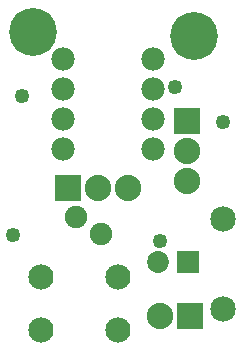
<source format=gts>
G04 MADE WITH FRITZING*
G04 WWW.FRITZING.ORG*
G04 DOUBLE SIDED*
G04 HOLES PLATED*
G04 CONTOUR ON CENTER OF CONTOUR VECTOR*
%ASAXBY*%
%FSLAX23Y23*%
%MOIN*%
%OFA0B0*%
%SFA1.0B1.0*%
%ADD10C,0.049370*%
%ADD11C,0.085000*%
%ADD12C,0.072992*%
%ADD13C,0.088000*%
%ADD14C,0.159606*%
%ADD15C,0.078000*%
%ADD16C,0.075000*%
%ADD17C,0.084000*%
%ADD18R,0.072992X0.072992*%
%ADD19R,0.088000X0.088000*%
%LNMASK1*%
G90*
G70*
G54D10*
X760Y776D03*
X89Y863D03*
G54D11*
X759Y452D03*
X759Y152D03*
G54D10*
X602Y894D03*
G54D12*
X643Y310D03*
X544Y310D03*
G54D13*
X642Y779D03*
X642Y679D03*
X642Y579D03*
G54D14*
X127Y1077D03*
X665Y1064D03*
G54D13*
X650Y129D03*
X550Y129D03*
G54D15*
X227Y987D03*
X227Y887D03*
X227Y787D03*
X227Y687D03*
X527Y687D03*
X527Y787D03*
X527Y887D03*
X527Y987D03*
X227Y987D03*
X227Y887D03*
X227Y787D03*
X227Y687D03*
X527Y687D03*
X527Y787D03*
X527Y887D03*
X527Y987D03*
G54D13*
X245Y556D03*
X345Y556D03*
X445Y556D03*
G54D16*
X272Y459D03*
X355Y403D03*
X272Y459D03*
X355Y403D03*
G54D10*
X61Y399D03*
X551Y381D03*
G54D17*
X155Y261D03*
X411Y261D03*
X155Y83D03*
X411Y83D03*
X155Y261D03*
X411Y261D03*
X155Y83D03*
X411Y83D03*
G54D18*
X643Y310D03*
G54D19*
X642Y779D03*
X650Y129D03*
X245Y556D03*
G04 End of Mask1*
M02*
</source>
